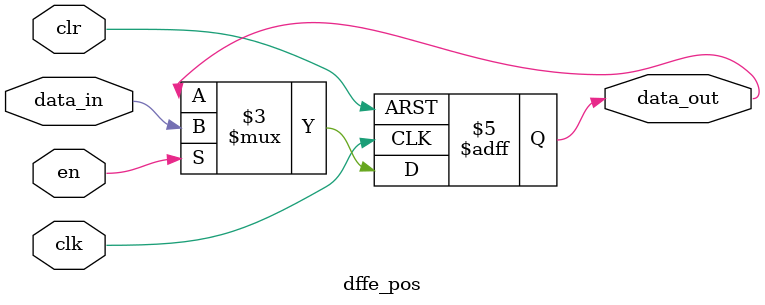
<source format=v>

module dffe_pos(
    // CONTROL SIGNALS
    clk,
    en,
    clr,

    // DFFE I/O
    data_in,
    data_out
);
   
    // CONTROL SIGNALS
    input clk, en, clr;
    wire clr;
   
    // DFFE I/O
    input data_in;
    output data_out;

    reg data_out;

    /*  --- POSEDGE WRITE DFFE IMPLEMENTATION -----------------------------  */
    // Intialize data_out to 0
    initial
    begin
        data_out = 1'b0;
    end

    // Set value of data_out on positive edge of the clock or clear
    always @(posedge clk or posedge clr) begin
        // If clear is high, set data_out to 0
        if (clr) begin
            data_out <= 1'b0;
        // If enable is high, set data_out to the value of data_in
        end else if (en) begin
            data_out <= data_in;
        end
    end

endmodule
</source>
